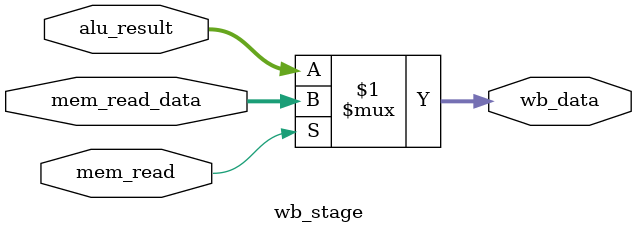
<source format=v>

module wb_stage (
    input wire [63:0] mem_read_data,
    input wire [63:0] alu_result,
    input wire mem_read,
    output wire [63:0] wb_data
);
    // Select write-back data
    assign wb_data = mem_read ? mem_read_data : alu_result;

    // Debug output
    always @(*) begin
        if (mem_read)
            $display("WB: From memory: %h", mem_read_data);
        else
            $display("WB: From ALU: %h", alu_result);
    end
endmodule 
</source>
